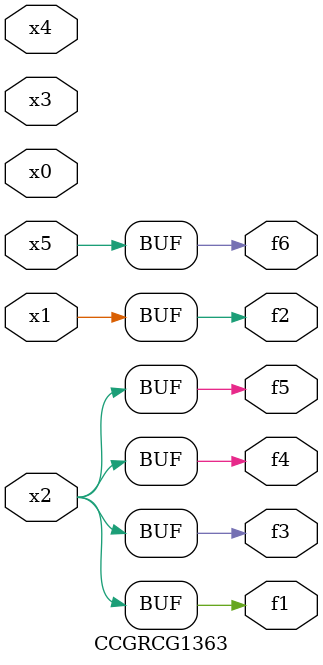
<source format=v>
module CCGRCG1363(
	input x0, x1, x2, x3, x4, x5,
	output f1, f2, f3, f4, f5, f6
);
	assign f1 = x2;
	assign f2 = x1;
	assign f3 = x2;
	assign f4 = x2;
	assign f5 = x2;
	assign f6 = x5;
endmodule

</source>
